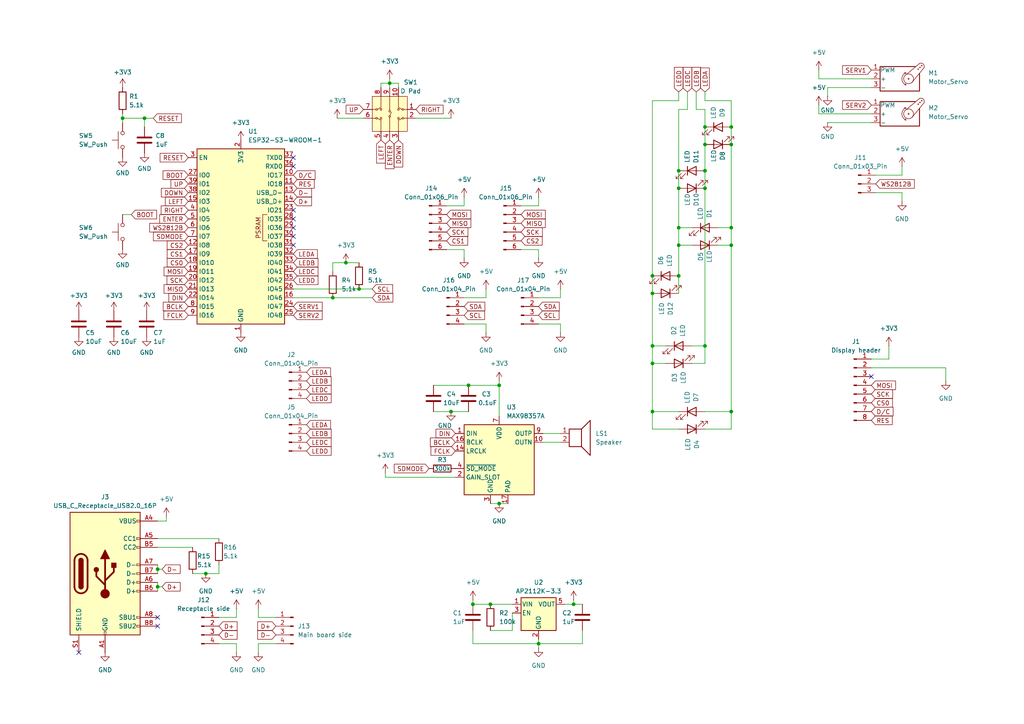
<source format=kicad_sch>
(kicad_sch (version 20250114) (generator "eeschema") (generator_version "9.0")
  (paper "A4")
  (junction (at 204.47 100.33))
  (junction (at 204.47 36.83))
  (junction (at 189.23 85.09))
  (junction (at 166.37 175.26))
  (junction (at 45.72 165.1))
  (junction (at 189.23 80.01))
  (junction (at 212.09 66.04))
  (junction (at 196.85 49.53))
  (junction (at 142.24 175.26))
  (junction (at 156.21 186.69))
  (junction (at 189.23 119.38))
  (junction (at 137.16 175.26))
  (junction (at 144.78 146.05))
  (junction (at 189.23 105.41))
  (junction (at 196.85 80.01))
  (junction (at 104.14 83.82))
  (junction (at 212.09 36.83))
  (junction (at 41.91 34.29))
  (junction (at 189.23 100.33))
  (junction (at 144.78 111.76))
  (junction (at 196.85 66.04))
  (junction (at 212.09 119.38))
  (junction (at 96.52 86.36))
  (junction (at 204.47 49.53))
  (junction (at 45.72 170.18))
  (junction (at 204.47 54.61))
  (junction (at 135.89 111.76))
  (junction (at 212.09 41.91))
  (junction (at 130.81 119.38))
  (junction (at 100.33 76.2))
  (junction (at 196.85 71.12))
  (junction (at 113.03 24.13))
  (junction (at 212.09 71.12))
  (junction (at 196.85 54.61))
  (junction (at 59.69 166.37))
  (junction (at 204.47 41.91))
  (junction (at 35.56 34.29))
  (no_connect (at 85.09 66.04))
  (no_connect (at 45.72 181.61))
  (no_connect (at 22.86 189.23))
  (no_connect (at 85.09 48.26))
  (no_connect (at 252.73 109.22))
  (no_connect (at 85.09 68.58))
  (no_connect (at 85.09 63.5))
  (no_connect (at 85.09 45.72))
  (no_connect (at 85.09 60.96))
  (no_connect (at 45.72 179.07))
  (no_connect (at 85.09 71.12))
  (wire (pts (xy 74.93 176.53) (xy 74.93 179.07)))
  (wire (pts (xy 130.81 119.38) (xy 135.89 119.38)))
  (wire (pts (xy 189.23 29.21) (xy 189.23 80.01)))
  (wire (pts (xy 125.73 111.76) (xy 135.89 111.76)))
  (wire (pts (xy 97.79 34.29) (xy 105.41 34.29)))
  (wire (pts (xy 162.56 96.52) (xy 162.56 93.98)))
  (wire (pts (xy 107.95 83.82) (xy 104.14 83.82)))
  (wire (pts (xy 80.01 186.69) (xy 74.93 186.69)))
  (wire (pts (xy 237.49 30.48) (xy 237.49 33.02)))
  (wire (pts (xy 134.62 59.69) (xy 129.54 59.69)))
  (wire (pts (xy 212.09 71.12) (xy 208.28 71.12)))
  (wire (pts (xy 45.72 151.13) (xy 48.26 151.13)))
  (wire (pts (xy 261.62 55.88) (xy 261.62 58.42)))
  (wire (pts (xy 148.59 182.88) (xy 142.24 182.88)))
  (wire (pts (xy 104.14 83.82) (xy 85.09 83.82)))
  (wire (pts (xy 240.03 35.56) (xy 252.73 35.56)))
  (wire (pts (xy 137.16 173.99) (xy 137.16 175.26)))
  (wire (pts (xy 166.37 175.26) (xy 168.91 175.26)))
  (wire (pts (xy 156.21 186.69) (xy 156.21 187.96)))
  (wire (pts (xy 196.85 29.21) (xy 196.85 26.67)))
  (wire (pts (xy 189.23 80.01) (xy 189.23 85.09)))
  (wire (pts (xy 162.56 83.82) (xy 162.56 86.36)))
  (wire (pts (xy 189.23 119.38) (xy 189.23 124.46)))
  (wire (pts (xy 35.56 33.02) (xy 35.56 34.29)))
  (wire (pts (xy 96.52 78.74) (xy 96.52 76.2)))
  (wire (pts (xy 212.09 29.21) (xy 212.09 36.83)))
  (wire (pts (xy 41.91 34.29) (xy 44.45 34.29)))
  (wire (pts (xy 274.32 106.68) (xy 274.32 110.49)))
  (wire (pts (xy 252.73 25.4) (xy 240.03 25.4)))
  (wire (pts (xy 45.72 165.1) (xy 46.99 165.1)))
  (wire (pts (xy 140.97 96.52) (xy 140.97 93.98)))
  (wire (pts (xy 196.85 71.12) (xy 196.85 80.01)))
  (wire (pts (xy 204.47 36.83) (xy 204.47 41.91)))
  (wire (pts (xy 107.95 86.36) (xy 96.52 86.36)))
  (wire (pts (xy 212.09 71.12) (xy 212.09 119.38)))
  (wire (pts (xy 204.47 31.75) (xy 204.47 36.83)))
  (wire (pts (xy 193.04 100.33) (xy 189.23 100.33)))
  (wire (pts (xy 144.78 146.05) (xy 147.32 146.05)))
  (wire (pts (xy 68.58 176.53) (xy 68.58 179.07)))
  (wire (pts (xy 45.72 165.1) (xy 45.72 166.37)))
  (wire (pts (xy 134.62 74.93) (xy 134.62 72.39)))
  (wire (pts (xy 204.47 100.33) (xy 204.47 105.41)))
  (wire (pts (xy 199.39 26.67) (xy 199.39 31.75)))
  (wire (pts (xy 96.52 86.36) (xy 85.09 86.36)))
  (wire (pts (xy 156.21 72.39) (xy 151.13 72.39)))
  (wire (pts (xy 204.47 124.46) (xy 212.09 124.46)))
  (wire (pts (xy 204.47 29.21) (xy 212.09 29.21)))
  (wire (pts (xy 252.73 104.14) (xy 257.81 104.14)))
  (wire (pts (xy 110.49 25.4) (xy 110.49 24.13)))
  (wire (pts (xy 257.81 104.14) (xy 257.81 100.33)))
  (wire (pts (xy 142.24 175.26) (xy 137.16 175.26)))
  (wire (pts (xy 45.72 168.91) (xy 45.72 170.18)))
  (wire (pts (xy 63.5 179.07) (xy 68.58 179.07)))
  (wire (pts (xy 115.57 24.13) (xy 113.03 24.13)))
  (wire (pts (xy 212.09 66.04) (xy 212.09 71.12)))
  (wire (pts (xy 96.52 76.2) (xy 100.33 76.2)))
  (wire (pts (xy 166.37 175.26) (xy 163.83 175.26)))
  (wire (pts (xy 35.56 34.29) (xy 41.91 34.29)))
  (wire (pts (xy 140.97 93.98) (xy 134.62 93.98)))
  (wire (pts (xy 189.23 29.21) (xy 196.85 29.21)))
  (wire (pts (xy 212.09 124.46) (xy 212.09 119.38)))
  (wire (pts (xy 212.09 36.83) (xy 212.09 41.91)))
  (wire (pts (xy 200.66 66.04) (xy 196.85 66.04)))
  (wire (pts (xy 240.03 25.4) (xy 240.03 27.94)))
  (wire (pts (xy 157.48 125.73) (xy 162.56 125.73)))
  (wire (pts (xy 201.93 26.67) (xy 201.93 31.75)))
  (wire (pts (xy 156.21 59.69) (xy 151.13 59.69)))
  (wire (pts (xy 193.04 105.41) (xy 189.23 105.41)))
  (wire (pts (xy 134.62 57.15) (xy 134.62 59.69)))
  (wire (pts (xy 166.37 173.99) (xy 166.37 175.26)))
  (wire (pts (xy 148.59 177.8) (xy 148.59 182.88)))
  (wire (pts (xy 144.78 111.76) (xy 144.78 120.65)))
  (wire (pts (xy 200.66 105.41) (xy 204.47 105.41)))
  (wire (pts (xy 115.57 25.4) (xy 115.57 24.13)))
  (wire (pts (xy 35.56 35.56) (xy 35.56 34.29)))
  (wire (pts (xy 137.16 182.88) (xy 137.16 186.69)))
  (wire (pts (xy 134.62 72.39) (xy 129.54 72.39)))
  (wire (pts (xy 196.85 54.61) (xy 196.85 66.04)))
  (wire (pts (xy 252.73 22.86) (xy 237.49 22.86)))
  (wire (pts (xy 204.47 29.21) (xy 204.47 26.67)))
  (wire (pts (xy 111.76 138.43) (xy 132.08 138.43)))
  (wire (pts (xy 111.76 137.16) (xy 111.76 138.43)))
  (wire (pts (xy 212.09 41.91) (xy 212.09 66.04)))
  (wire (pts (xy 156.21 185.42) (xy 156.21 186.69)))
  (wire (pts (xy 74.93 186.69) (xy 74.93 189.23)))
  (wire (pts (xy 137.16 186.69) (xy 156.21 186.69)))
  (wire (pts (xy 59.69 166.37) (xy 55.88 166.37)))
  (wire (pts (xy 80.01 179.07) (xy 74.93 179.07)))
  (wire (pts (xy 157.48 128.27) (xy 162.56 128.27)))
  (wire (pts (xy 63.5 163.83) (xy 63.5 166.37)))
  (wire (pts (xy 196.85 119.38) (xy 189.23 119.38)))
  (wire (pts (xy 168.91 186.69) (xy 156.21 186.69)))
  (wire (pts (xy 41.91 34.29) (xy 41.91 36.83)))
  (wire (pts (xy 48.26 151.13) (xy 48.26 149.86)))
  (wire (pts (xy 45.72 170.18) (xy 46.99 170.18)))
  (wire (pts (xy 156.21 74.93) (xy 156.21 72.39)))
  (wire (pts (xy 189.23 85.09) (xy 189.23 100.33)))
  (wire (pts (xy 148.59 175.26) (xy 142.24 175.26)))
  (wire (pts (xy 156.21 86.36) (xy 162.56 86.36)))
  (wire (pts (xy 156.21 57.15) (xy 156.21 59.69)))
  (wire (pts (xy 199.39 31.75) (xy 196.85 31.75)))
  (wire (pts (xy 45.72 170.18) (xy 45.72 171.45)))
  (wire (pts (xy 261.62 48.26) (xy 261.62 50.8)))
  (wire (pts (xy 63.5 166.37) (xy 59.69 166.37)))
  (wire (pts (xy 113.03 24.13) (xy 113.03 22.86)))
  (wire (pts (xy 196.85 49.53) (xy 196.85 54.61)))
  (wire (pts (xy 237.49 20.32) (xy 237.49 22.86)))
  (wire (pts (xy 196.85 80.01) (xy 196.85 85.09)))
  (wire (pts (xy 200.66 71.12) (xy 196.85 71.12)))
  (wire (pts (xy 142.24 146.05) (xy 144.78 146.05)))
  (wire (pts (xy 189.23 124.46) (xy 196.85 124.46)))
  (wire (pts (xy 135.89 111.76) (xy 144.78 111.76)))
  (wire (pts (xy 254 50.8) (xy 261.62 50.8)))
  (wire (pts (xy 144.78 110.49) (xy 144.78 111.76)))
  (wire (pts (xy 63.5 186.69) (xy 68.58 186.69)))
  (wire (pts (xy 254 55.88) (xy 261.62 55.88)))
  (wire (pts (xy 168.91 182.88) (xy 168.91 186.69)))
  (wire (pts (xy 100.33 76.2) (xy 104.14 76.2)))
  (wire (pts (xy 35.56 62.23) (xy 38.1 62.23)))
  (wire (pts (xy 113.03 24.13) (xy 113.03 25.4)))
  (wire (pts (xy 189.23 100.33) (xy 189.23 105.41)))
  (wire (pts (xy 110.49 24.13) (xy 113.03 24.13)))
  (wire (pts (xy 204.47 54.61) (xy 204.47 100.33)))
  (wire (pts (xy 196.85 31.75) (xy 196.85 49.53)))
  (wire (pts (xy 252.73 33.02) (xy 237.49 33.02)))
  (wire (pts (xy 130.81 34.29) (xy 120.65 34.29)))
  (wire (pts (xy 189.23 105.41) (xy 189.23 119.38)))
  (wire (pts (xy 68.58 186.69) (xy 68.58 189.23)))
  (wire (pts (xy 204.47 49.53) (xy 204.47 54.61)))
  (wire (pts (xy 252.73 106.68) (xy 274.32 106.68)))
  (wire (pts (xy 204.47 119.38) (xy 212.09 119.38)))
  (wire (pts (xy 201.93 31.75) (xy 204.47 31.75)))
  (wire (pts (xy 45.72 156.21) (xy 63.5 156.21)))
  (wire (pts (xy 212.09 66.04) (xy 208.28 66.04)))
  (wire (pts (xy 204.47 41.91) (xy 204.47 49.53)))
  (wire (pts (xy 162.56 93.98) (xy 156.21 93.98)))
  (wire (pts (xy 140.97 83.82) (xy 140.97 86.36)))
  (wire (pts (xy 196.85 66.04) (xy 196.85 71.12)))
  (wire (pts (xy 45.72 163.83) (xy 45.72 165.1)))
  (wire (pts (xy 200.66 100.33) (xy 204.47 100.33)))
  (wire (pts (xy 125.73 119.38) (xy 130.81 119.38)))
  (wire (pts (xy 45.72 158.75) (xy 55.88 158.75)))
  (wire (pts (xy 134.62 86.36) (xy 140.97 86.36)))
  (global_label "WS2812B" (shape input) (at 54.61 66.04 180) (property "Intersheetrefs" "${INTERSHEET_REFS}" (effects (hide yes))))
  (global_label "SDA" (shape input) (at 134.62 88.9 0) (property "Intersheetrefs" "${INTERSHEET_REFS}" (effects (hide yes))))
  (global_label "DIN" (shape input) (at 54.61 86.36 180) (property "Intersheetrefs" "${INTERSHEET_REFS}" (effects (hide yes))))
  (global_label "D+" (shape input) (at 63.5 181.61 0) (property "Intersheetrefs" "${INTERSHEET_REFS}" (effects (hide yes))))
  (global_label "MISO" (shape input) (at 54.61 83.82 180) (property "Intersheetrefs" "${INTERSHEET_REFS}" (effects (hide yes))))
  (global_label "SDMODE" (shape input) (at 54.61 68.58 180) (property "Intersheetrefs" "${INTERSHEET_REFS}" (effects (hide yes))))
  (global_label "CS2" (shape input) (at 54.61 71.12 180) (property "Intersheetrefs" "${INTERSHEET_REFS}" (effects (hide yes))))
  (global_label "LEDD" (shape input) (at 88.9 115.57 0) (property "Intersheetrefs" "${INTERSHEET_REFS}" (effects (hide yes))))
  (global_label "D+" (shape input) (at 80.01 181.61 180) (property "Intersheetrefs" "${INTERSHEET_REFS}" (effects (hide yes))))
  (global_label "BOOT" (shape input) (at 54.61 50.8 180) (property "Intersheetrefs" "${INTERSHEET_REFS}" (effects (hide yes))))
  (global_label "SDA" (shape input) (at 107.95 86.36 0) (property "Intersheetrefs" "${INTERSHEET_REFS}" (effects (hide yes))))
  (global_label "RES" (shape input) (at 252.73 121.92 0) (property "Intersheetrefs" "${INTERSHEET_REFS}" (effects (hide yes))))
  (global_label "ENTER" (shape input) (at 54.61 63.5 180) (property "Intersheetrefs" "${INTERSHEET_REFS}" (effects (hide yes))))
  (global_label "D-" (shape input) (at 85.09 55.88 0) (property "Intersheetrefs" "${INTERSHEET_REFS}" (effects (hide yes))))
  (global_label "RESET" (shape input) (at 44.45 34.29 0) (property "Intersheetrefs" "${INTERSHEET_REFS}" (effects (hide yes))))
  (global_label "MISO" (shape input) (at 151.13 64.77 0) (property "Intersheetrefs" "${INTERSHEET_REFS}" (effects (hide yes))))
  (global_label "SCK" (shape input) (at 252.73 114.3 0) (property "Intersheetrefs" "${INTERSHEET_REFS}" (effects (hide yes))))
  (global_label "RESET" (shape input) (at 54.61 45.72 180) (property "Intersheetrefs" "${INTERSHEET_REFS}" (effects (hide yes))))
  (global_label "BCLK" (shape input) (at 132.08 128.27 180) (property "Intersheetrefs" "${INTERSHEET_REFS}" (effects (hide yes))))
  (global_label "MISO" (shape input) (at 129.54 64.77 0) (property "Intersheetrefs" "${INTERSHEET_REFS}" (effects (hide yes))))
  (global_label "WS2812B" (shape input) (at 254 53.34 0) (property "Intersheetrefs" "${INTERSHEET_REFS}" (effects (hide yes))))
  (global_label "LEFT" (shape input) (at 110.49 40.64 270) (property "Intersheetrefs" "${INTERSHEET_REFS}" (effects (hide yes))))
  (global_label "CS0" (shape input) (at 252.73 116.84 0) (property "Intersheetrefs" "${INTERSHEET_REFS}" (effects (hide yes))))
  (global_label "FCLK" (shape input) (at 132.08 130.81 180) (property "Intersheetrefs" "${INTERSHEET_REFS}" (effects (hide yes))))
  (global_label "SDA" (shape input) (at 156.21 88.9 0) (property "Intersheetrefs" "${INTERSHEET_REFS}" (effects (hide yes))))
  (global_label "SDMODE" (shape input) (at 124.46 135.89 180) (property "Intersheetrefs" "${INTERSHEET_REFS}" (effects (hide yes))))
  (global_label "MOSI" (shape input) (at 151.13 62.23 0) (property "Intersheetrefs" "${INTERSHEET_REFS}" (effects (hide yes))))
  (global_label "D-" (shape input) (at 80.01 184.15 180) (property "Intersheetrefs" "${INTERSHEET_REFS}" (effects (hide yes))))
  (global_label "LEDC" (shape input) (at 85.09 78.74 0) (property "Intersheetrefs" "${INTERSHEET_REFS}" (effects (hide yes))))
  (global_label "CS1" (shape input) (at 54.61 73.66 180) (property "Intersheetrefs" "${INTERSHEET_REFS}" (effects (hide yes))))
  (global_label "DOWN" (shape input) (at 115.57 40.64 270) (property "Intersheetrefs" "${INTERSHEET_REFS}" (effects (hide yes))))
  (global_label "LEDA" (shape input) (at 204.47 26.67 90) (property "Intersheetrefs" "${INTERSHEET_REFS}" (effects (hide yes))))
  (global_label "LEDA" (shape input) (at 88.9 123.19 0) (property "Intersheetrefs" "${INTERSHEET_REFS}" (effects (hide yes))))
  (global_label "FCLK" (shape input) (at 54.61 91.44 180) (property "Intersheetrefs" "${INTERSHEET_REFS}" (effects (hide yes))))
  (global_label "RIGHT" (shape input) (at 120.65 31.75 0) (property "Intersheetrefs" "${INTERSHEET_REFS}" (effects (hide yes))))
  (global_label "UP" (shape input) (at 54.61 53.34 180) (property "Intersheetrefs" "${INTERSHEET_REFS}" (effects (hide yes))))
  (global_label "SERV2" (shape input) (at 252.73 30.48 180) (property "Intersheetrefs" "${INTERSHEET_REFS}" (effects (hide yes))))
  (global_label "D{slash}C" (shape input) (at 85.09 50.8 0) (property "Intersheetrefs" "${INTERSHEET_REFS}" (effects (hide yes))))
  (global_label "SCL" (shape input) (at 134.62 91.44 0) (property "Intersheetrefs" "${INTERSHEET_REFS}" (effects (hide yes))))
  (global_label "DOWN" (shape input) (at 54.61 55.88 180) (property "Intersheetrefs" "${INTERSHEET_REFS}" (effects (hide yes))))
  (global_label "CS0" (shape input) (at 54.61 76.2 180) (property "Intersheetrefs" "${INTERSHEET_REFS}" (effects (hide yes))))
  (global_label "SCK" (shape input) (at 54.61 81.28 180) (property "Intersheetrefs" "${INTERSHEET_REFS}" (effects (hide yes))))
  (global_label "LEDA" (shape input) (at 88.9 107.95 0) (property "Intersheetrefs" "${INTERSHEET_REFS}" (effects (hide yes))))
  (global_label "BOOT" (shape input) (at 38.1 62.23 0) (property "Intersheetrefs" "${INTERSHEET_REFS}" (effects (hide yes))))
  (global_label "LEDA" (shape input) (at 85.09 73.66 0) (property "Intersheetrefs" "${INTERSHEET_REFS}" (effects (hide yes))))
  (global_label "LEDC" (shape input) (at 88.9 113.03 0) (property "Intersheetrefs" "${INTERSHEET_REFS}" (effects (hide yes))))
  (global_label "SCL" (shape input) (at 107.95 83.82 0) (property "Intersheetrefs" "${INTERSHEET_REFS}" (effects (hide yes))))
  (global_label "LEDD" (shape input) (at 196.85 26.67 90) (property "Intersheetrefs" "${INTERSHEET_REFS}" (effects (hide yes))))
  (global_label "UP" (shape input) (at 105.41 31.75 180) (property "Intersheetrefs" "${INTERSHEET_REFS}" (effects (hide yes))))
  (global_label "ENTER" (shape input) (at 113.03 40.64 270) (property "Intersheetrefs" "${INTERSHEET_REFS}" (effects (hide yes))))
  (global_label "LEDD" (shape input) (at 88.9 130.81 0) (property "Intersheetrefs" "${INTERSHEET_REFS}" (effects (hide yes))))
  (global_label "LEDB" (shape input) (at 201.93 26.67 90) (property "Intersheetrefs" "${INTERSHEET_REFS}" (effects (hide yes))))
  (global_label "D+" (shape input) (at 85.09 58.42 0) (property "Intersheetrefs" "${INTERSHEET_REFS}" (effects (hide yes))))
  (global_label "CS1" (shape input) (at 129.54 69.85 0) (property "Intersheetrefs" "${INTERSHEET_REFS}" (effects (hide yes))))
  (global_label "SERV1" (shape input) (at 85.09 88.9 0) (property "Intersheetrefs" "${INTERSHEET_REFS}" (effects (hide yes))))
  (global_label "LEDB" (shape input) (at 88.9 110.49 0) (property "Intersheetrefs" "${INTERSHEET_REFS}" (effects (hide yes))))
  (global_label "D{slash}C" (shape input) (at 252.73 119.38 0) (property "Intersheetrefs" "${INTERSHEET_REFS}" (effects (hide yes))))
  (global_label "SCK" (shape input) (at 151.13 67.31 0) (property "Intersheetrefs" "${INTERSHEET_REFS}" (effects (hide yes))))
  (global_label "SERV2" (shape input) (at 85.09 91.44 0) (property "Intersheetrefs" "${INTERSHEET_REFS}" (effects (hide yes))))
  (global_label "MOSI" (shape input) (at 54.61 78.74 180) (property "Intersheetrefs" "${INTERSHEET_REFS}" (effects (hide yes))))
  (global_label "LEDB" (shape input) (at 88.9 125.73 0) (property "Intersheetrefs" "${INTERSHEET_REFS}" (effects (hide yes))))
  (global_label "LEDC" (shape input) (at 199.39 26.67 90) (property "Intersheetrefs" "${INTERSHEET_REFS}" (effects (hide yes))))
  (global_label "RES" (shape input) (at 85.09 53.34 0) (property "Intersheetrefs" "${INTERSHEET_REFS}" (effects (hide yes))))
  (global_label "RIGHT" (shape input) (at 54.61 60.96 180) (property "Intersheetrefs" "${INTERSHEET_REFS}" (effects (hide yes))))
  (global_label "SCL" (shape input) (at 156.21 91.44 0) (property "Intersheetrefs" "${INTERSHEET_REFS}" (effects (hide yes))))
  (global_label "MOSI" (shape input) (at 252.73 111.76 0) (property "Intersheetrefs" "${INTERSHEET_REFS}" (effects (hide yes))))
  (global_label "BCLK" (shape input) (at 54.61 88.9 180) (property "Intersheetrefs" "${INTERSHEET_REFS}" (effects (hide yes))))
  (global_label "D+" (shape input) (at 46.99 170.18 0) (property "Intersheetrefs" "${INTERSHEET_REFS}" (effects (hide yes))))
  (global_label "LEDC" (shape input) (at 88.9 128.27 0) (property "Intersheetrefs" "${INTERSHEET_REFS}" (effects (hide yes))))
  (global_label "LEDB" (shape input) (at 85.09 76.2 0) (property "Intersheetrefs" "${INTERSHEET_REFS}" (effects (hide yes))))
  (global_label "SCK" (shape input) (at 129.54 67.31 0) (property "Intersheetrefs" "${INTERSHEET_REFS}" (effects (hide yes))))
  (global_label "DIN" (shape input) (at 132.08 125.73 180) (property "Intersheetrefs" "${INTERSHEET_REFS}" (effects (hide yes))))
  (global_label "LEFT" (shape input) (at 54.61 58.42 180) (property "Intersheetrefs" "${INTERSHEET_REFS}" (effects (hide yes))))
  (global_label "LEDD" (shape input) (at 85.09 81.28 0) (property "Intersheetrefs" "${INTERSHEET_REFS}" (effects (hide yes))))
  (global_label "D-" (shape input) (at 63.5 184.15 0) (property "Intersheetrefs" "${INTERSHEET_REFS}" (effects (hide yes))))
  (global_label "D-" (shape input) (at 46.99 165.1 0) (property "Intersheetrefs" "${INTERSHEET_REFS}" (effects (hide yes))))
  (global_label "CS2" (shape input) (at 151.13 69.85 0) (property "Intersheetrefs" "${INTERSHEET_REFS}" (effects (hide yes))))
  (global_label "SERV1" (shape input) (at 252.73 20.32 180) (property "Intersheetrefs" "${INTERSHEET_REFS}" (effects (hide yes))))
  (global_label "MOSI" (shape input) (at 129.54 62.23 0) (property "Intersheetrefs" "${INTERSHEET_REFS}" (effects (hide yes))))
  (symbol (lib_name "GND_10") (lib_id "power:GND") (at 134.62 74.93 0) (unit 1)
    (property "Reference" "#PWR036" (effects (hide yes)))
    (property "Value" "GND" (at 134.62 80.01 0))
    (property "Description" "Power symbol creates a global label with name \"GND\" , ground" (effects (hide yes)))
  )
  (symbol (lib_id "Connector:Conn_01x06_Pin") (at 124.46 64.77 0) (unit 1)
    (property "Reference" "J14" (at 125.095 54.61 0))
    (property "Value" "Conn_01x06_Pin" (at 125.095 57.15 0))
    (property "Footprint" "Connector_PinHeader_2.54mm:PinHeader_1x06_P2.54mm_Vertical" (effects (hide yes)))
    (property "Description" "Generic connector, single row, 01x06, script generated" (effects (hide yes)))
  )
  (symbol (lib_id "Device:LED") (at 200.66 54.61 180) (unit 1)
    (property "Reference" "D10" (at 201.93 57.912 90))
    (property "Value" "LED" (at 199.39 57.912 90))
    (property "Footprint" "LED_SMD:LED_0805_2012Metric" (effects (hide yes)))
    (property "Description" "Light emitting diode" (effects (hide yes)))
    (property "Sim.Pins" "1=K 2=A" (effects (hide yes)))
  )
  (symbol (lib_id "Device:C") (at 22.86 93.98 0) (unit 1)
    (property "Reference" "C5" (at 24.765 96.52 0) (effects (justify left)))
    (property "Value" "10uF" (at 24.765 99.06 0) (effects (justify left)))
    (property "Footprint" "Capacitor_SMD:C_0805_2012Metric" (effects (hide yes)))
  )
  (symbol (lib_id "Device:LED") (at 200.66 124.46 180) (unit 1)
    (property "Reference" "D4" (at 202.057 128.905 90))
    (property "Value" "LED" (at 199.517 128.905 90))
    (property "Footprint" "LED_SMD:LED_0805_2012Metric" (effects (hide yes)))
    (property "Description" "Light emitting diode" (effects (hide yes)))
    (property "Sim.Pins" "1=K 2=A" (effects (hide yes)))
  )
  (symbol (lib_id "Audio:MAX98357A") (at 144.78 133.35 0) (unit 1)
    (property "Reference" "U3" (at 146.9233 118.11 0) (effects (justify left)))
    (property "Value" "MAX98357A" (at 146.9233 120.65 0) (effects (justify left)))
    (property "Footprint" "Package_DFN_QFN:TQFN-16-1EP_3x3mm_P0.5mm_EP1.23x1.23mm" (effects (hide yes)))
    (property "Datasheet" "https://www.analog.com/media/en/technical-documentation/data-sheets/MAX98357A-MAX98357B.pdf" (effects (hide yes)))
    (property "Description" "Mono DAC with amplifier, I2S, PCM, TDM, 32-bit, 96khz, 3.2W, TQFP-16" (effects (hide yes)))
  )
  (symbol (lib_id "power:+5V") (at 156.21 57.15 0) (unit 1)
    (property "Reference" "#PWR037" (effects (hide yes)))
    (property "Value" "+5V" (at 156.21 52.07 0))
    (property "Description" "Power symbol creates a global label with name \"+5V\"" (effects (hide yes)))
  )
  (symbol (lib_id "Device:Speaker") (at 167.64 125.73 0) (unit 1)
    (property "Reference" "LS1" (at 172.72 125.7299 0) (effects (justify left)))
    (property "Value" "Speaker" (at 172.72 128.2699 0) (effects (justify left)))
    (property "Footprint" "Connector_PinHeader_2.54mm:PinHeader_1x02_P2.54mm_Vertical" (effects (hide yes)))
    (property "Description" "Speaker" (effects (hide yes)))
  )
  (symbol (lib_id "power:+5V") (at 261.62 48.26 0) (unit 1)
    (property "Reference" "#PWR07" (effects (hide yes)))
    (property "Value" "+5V" (at 261.62 43.18 0))
    (property "Description" "Power symbol creates a global label with name \"+5V\"" (effects (hide yes)))
  )
  (symbol (lib_id "Device:C") (at 137.16 179.07 0) (unit 1)
    (property "Reference" "C1" (at 131.318 177.8 0) (effects (justify left)))
    (property "Value" "1uF" (at 131.318 180.34 0) (effects (justify left)))
    (property "Footprint" "Capacitor_SMD:C_0805_2012Metric" (effects (hide yes)))
    (property "Description" "Unpolarized capacitor" (effects (hide yes)))
  )
  (symbol (lib_id "Device:LED") (at 208.28 36.83 0) (unit 1)
    (property "Reference" "D9" (at 209.4865 32.7025 90))
    (property "Value" "LED" (at 206.9465 32.7025 90))
    (property "Footprint" "LED_SMD:LED_0805_2012Metric" (effects (hide yes)))
    (property "Description" "Light emitting diode" (effects (hide yes)))
    (property "Sim.Pins" "1=K 2=A" (effects (hide yes)))
  )
  (symbol (lib_name "GND_10") (lib_id "power:GND") (at 140.97 96.52 0) (unit 1)
    (property "Reference" "#PWR039" (effects (hide yes)))
    (property "Value" "GND" (at 140.97 101.6 0))
    (property "Description" "Power symbol creates a global label with name \"GND\" , ground" (effects (hide yes)))
  )
  (symbol (lib_id "Device:R") (at 35.56 29.21 0) (unit 1)
    (property "Reference" "R1" (at 37.465 27.94 0) (effects (justify left)))
    (property "Value" "5.1k" (at 37.465 30.48 0) (effects (justify left)))
    (property "Footprint" "Resistor_SMD:R_0805_2012Metric" (effects (hide yes)))
  )
  (symbol (lib_id "Device:C") (at 168.91 179.07 0) (unit 1)
    (property "Reference" "C2" (at 163.068 177.8 0) (effects (justify left)))
    (property "Value" "1uF" (at 163.068 180.34 0) (effects (justify left)))
    (property "Footprint" "Capacitor_SMD:C_0805_2012Metric" (effects (hide yes)))
    (property "Description" "Unpolarized capacitor" (effects (hide yes)))
  )
  (symbol (lib_name "GND_5") (lib_id "power:GND") (at 156.21 187.96 0) (unit 1)
    (property "Reference" "#PWR017" (effects (hide yes)))
    (property "Value" "GND" (at 156.21 193.04 0))
    (property "Description" "Power symbol creates a global label with name \"GND\" , ground" (effects (hide yes)))
  )
  (symbol (lib_id "Device:LED") (at 196.85 105.41 180) (unit 1)
    (property "Reference" "D3" (at 195.6435 109.5375 90))
    (property "Value" "LED" (at 198.1835 109.5375 90))
    (property "Footprint" "LED_SMD:LED_0805_2012Metric" (effects (hide yes)))
    (property "Description" "Light emitting diode" (effects (hide yes)))
    (property "Sim.Pins" "1=K 2=A" (effects (hide yes)))
  )
  (symbol (lib_id "Connector:Conn_01x04_Pin") (at 129.54 88.9 0) (unit 1)
    (property "Reference" "J16" (at 130.175 81.28 0))
    (property "Value" "Conn_01x04_Pin" (at 130.175 83.82 0))
    (property "Footprint" "Connector_PinHeader_2.54mm:PinHeader_1x04_P2.54mm_Vertical" (effects (hide yes)))
    (property "Description" "Generic connector, single row, 01x04, script generated" (effects (hide yes)))
  )
  (symbol (lib_id "Connector:USB_C_Receptacle_USB2.0_16P") (at 30.48 166.37 0) (unit 1)
    (property "Reference" "J3" (at 30.48 144.145 0))
    (property "Value" "USB_C_Receptacle_USB2.0_16P" (at 30.48 146.685 0))
    (property "Footprint" "Connector_USB:USB_C_Receptacle_GCT_USB4085" (effects (hide yes)))
    (property "Datasheet" "https://www.usb.org/sites/default/files/documents/usb_type-c.zip" (effects (hide yes)))
  )
  (symbol (lib_id "power:+5V") (at 134.62 57.15 0) (unit 1)
    (property "Reference" "#PWR035" (effects (hide yes)))
    (property "Value" "+5V" (at 134.62 52.07 0))
    (property "Description" "Power symbol creates a global label with name \"+5V\"" (effects (hide yes)))
  )
  (symbol (lib_name "GND_2") (lib_id "power:GND") (at 274.32 110.49 0) (unit 1)
    (property "Reference" "#PWR06" (effects (hide yes)))
    (property "Value" "GND" (at 274.32 115.57 0))
    (property "Description" "Power symbol creates a global label with name \"GND\" , ground" (effects (hide yes)))
  )
  (symbol (lib_id "Connector:Conn_01x08_Pin") (at 247.65 111.76 0) (unit 1)
    (property "Reference" "J1" (at 248.285 99.06 0))
    (property "Value" "Display header" (at 248.285 101.6 0))
    (property "Footprint" "Connector_PinHeader_2.54mm:PinHeader_1x08_P2.54mm_Vertical" (effects (hide yes)))
    (property "Description" "Generic connector, single row, 01x08, script generated" (effects (hide yes)))
  )
  (symbol (lib_id "power:+5V") (at 237.49 20.32 0) (unit 1)
    (property "Reference" "#PWR01" (effects (hide yes)))
    (property "Value" "+5V" (at 237.49 15.24 0))
    (property "Description" "Power symbol creates a global label with name \"+5V\"" (effects (hide yes)))
  )
  (symbol (lib_id "power:GND") (at 35.56 72.39 0) (unit 1)
    (property "Reference" "#PWR024" (effects (hide yes)))
    (property "Value" "GND" (at 35.56 76.835 0))
  )
  (symbol (lib_id "Motor:Motor_Servo") (at 260.35 33.02 0) (unit 1)
    (property "Reference" "M2" (at 269.24 31.3168 0) (effects (justify left)))
    (property "Value" "Motor_Servo" (at 269.24 33.8568 0) (effects (justify left)))
    (property "Footprint" "Connector_PinHeader_2.54mm:PinHeader_1x03_P2.54mm_Vertical" (effects (hide yes)))
    (property "Datasheet" "http://forums.parallax.com/uploads/attachments/46831/74481.png" (effects (hide yes)))
    (property "Description" "Servo Motor (Futaba, HiTec, JR connector)" (effects (hide yes)))
  )
  (symbol (lib_id "Device:R") (at 104.14 80.01 0) (unit 1)
    (property "Reference" "R5" (at 106.68 78.7399 0) (effects (justify left)))
    (property "Value" "5.1k" (at 106.68 81.2799 0) (effects (justify left)))
    (property "Footprint" "Resistor_SMD:R_0805_2012Metric" (effects (hide yes)))
    (property "Description" "Resistor" (effects (hide yes)))
  )
  (symbol (lib_id "power:+3V3") (at 111.76 137.16 0) (unit 1)
    (property "Reference" "#PWR030" (effects (hide yes)))
    (property "Value" "+3V3" (at 111.76 132.08 0))
    (property "Description" "Power symbol creates a global label with name \"+3V3\"" (effects (hide yes)))
  )
  (symbol (lib_id "Switch:Sparkfun_D-Pad") (at 113.03 27.94 0) (unit 1)
    (property "Reference" "SW1" (at 119.126 23.876 0))
    (property "Value" "D Pad" (at 119.126 26.416 0))
    (property "Footprint" "Button_Switch_SMD:COM-26850 D Pad" (effects (hide yes)))
  )
  (symbol (lib_id "power:GND") (at 33.02 97.79 0) (unit 1)
    (property "Reference" "#PWR021" (effects (hide yes)))
    (property "Value" "GND" (at 33.02 102.235 0))
  )
  (symbol (lib_id "power:+3V3") (at 22.86 90.17 0) (unit 1)
    (property "Reference" "#PWR018" (effects (hide yes)))
    (property "Value" "+3V3" (at 22.86 85.725 0))
  )
  (symbol (lib_id "power:+3V3") (at 166.37 173.99 0) (unit 1)
    (property "Reference" "#PWR026" (effects (hide yes)))
    (property "Value" "+3V3" (at 166.37 168.91 0))
    (property "Description" "Power symbol creates a global label with name \"+3V3\"" (effects (hide yes)))
  )
  (symbol (lib_id "Device:LED") (at 193.04 80.01 0) (unit 1)
    (property "Reference" "D6" (at 191.643 75.565 90))
    (property "Value" "LED" (at 194.183 75.565 90))
    (property "Footprint" "LED_SMD:LED_0805_2012Metric" (effects (hide yes)))
    (property "Description" "Light emitting diode" (effects (hide yes)))
    (property "Sim.Pins" "1=K 2=A" (effects (hide yes)))
  )
  (symbol (lib_name "GND_1") (lib_id "power:GND") (at 240.03 35.56 0) (unit 1)
    (property "Reference" "#PWR04" (effects (hide yes)))
    (property "Value" "GND" (at 240.03 39.624 0))
    (property "Description" "Power symbol creates a global label with name \"GND\" , ground" (effects (hide yes)))
  )
  (symbol (lib_id "power:GND") (at 22.86 97.79 0) (unit 1)
    (property "Reference" "#PWR019" (effects (hide yes)))
    (property "Value" "GND" (at 22.86 102.235 0))
  )
  (symbol (lib_name "GND_7") (lib_id "power:GND") (at 144.78 146.05 0) (unit 1)
    (property "Reference" "#PWR027" (effects (hide yes)))
    (property "Value" "GND" (at 144.78 151.13 0))
    (property "Description" "Power symbol creates a global label with name \"GND\" , ground" (effects (hide yes)))
  )
  (symbol (lib_id "power:GND") (at 41.91 44.45 0) (unit 1)
    (property "Reference" "#PWR025" (effects (hide yes)))
    (property "Value" "GND" (at 41.91 48.895 0))
  )
  (symbol (lib_name "GND_9") (lib_id "power:GND") (at 74.93 189.23 0) (mirror y) (unit 1)
    (property "Reference" "#PWR034" (effects (hide yes)))
    (property "Value" "GND" (at 74.93 194.31 0))
    (property "Description" "Power symbol creates a global label with name \"GND\" , ground" (effects (hide yes)))
  )
  (symbol (lib_id "Device:R") (at 142.24 179.07 0) (unit 1)
    (property "Reference" "R2" (at 144.78 177.7999 0) (effects (justify left)))
    (property "Value" "100k" (at 144.78 180.3399 0) (effects (justify left)))
    (property "Footprint" "Resistor_SMD:R_0805_2012Metric" (effects (hide yes)))
    (property "Description" "Resistor" (effects (hide yes)))
  )
  (symbol (lib_id "power:GND") (at 35.56 45.72 0) (unit 1)
    (property "Reference" "#PWR016" (effects (hide yes)))
    (property "Value" "GND" (at 35.56 50.165 0))
  )
  (symbol (lib_name "GND_6") (lib_id "power:GND") (at 69.85 96.52 0) (unit 1)
    (property "Reference" "#PWR013" (effects (hide yes)))
    (property "Value" "GND" (at 69.85 101.6 0))
    (property "Description" "Power symbol creates a global label with name \"GND\" , ground" (effects (hide yes)))
  )
  (symbol (lib_id "Connector:Conn_01x04_Pin") (at 83.82 125.73 0) (unit 1)
    (property "Reference" "J5" (at 84.455 118.11 0))
    (property "Value" "Conn_01x04_Pin" (at 84.455 120.65 0))
    (property "Footprint" "Connector_PinHeader_2.54mm:PinHeader_1x04_P2.54mm_Vertical" (effects (hide yes)))
    (property "Description" "Generic connector, single row, 01x04, script generated" (effects (hide yes)))
  )
  (symbol (lib_id "Motor:Motor_Servo") (at 260.35 22.86 0) (unit 1)
    (property "Reference" "M1" (at 269.24 21.1568 0) (effects (justify left)))
    (property "Value" "Motor_Servo" (at 269.24 23.6968 0) (effects (justify left)))
    (property "Footprint" "Connector_PinHeader_2.54mm:PinHeader_1x03_P2.54mm_Vertical" (effects (hide yes)))
    (property "Datasheet" "http://forums.parallax.com/uploads/attachments/46831/74481.png" (effects (hide yes)))
    (property "Description" "Servo Motor (Futaba, HiTec, JR connector)" (effects (hide yes)))
  )
  (symbol (lib_name "GND_10") (lib_id "power:GND") (at 156.21 74.93 0) (unit 1)
    (property "Reference" "#PWR038" (effects (hide yes)))
    (property "Value" "GND" (at 156.21 80.01 0))
    (property "Description" "Power symbol creates a global label with name \"GND\" , ground" (effects (hide yes)))
  )
  (symbol (lib_id "Device:LED") (at 193.04 85.09 180) (unit 1)
    (property "Reference" "D12" (at 194.437 89.535 90))
    (property "Value" "LED" (at 191.897 89.535 90))
    (property "Footprint" "LED_SMD:LED_0805_2012Metric" (effects (hide yes)))
    (property "Description" "Light emitting diode" (effects (hide yes)))
    (property "Sim.Pins" "1=K 2=A" (effects (hide yes)))
  )
  (symbol (lib_id "power:+3V3") (at 42.545 90.17 0) (unit 1)
    (property "Reference" "#PWR022" (effects (hide yes)))
    (property "Value" "+3V3" (at 42.545 85.725 0))
  )
  (symbol (lib_name "GND_4") (lib_id "power:GND") (at 30.48 189.23 0) (unit 1)
    (property "Reference" "#PWR011" (effects (hide yes)))
    (property "Value" "GND" (at 30.48 194.31 0))
    (property "Description" "Power symbol creates a global label with name \"GND\" , ground" (effects (hide yes)))
  )
  (symbol (lib_id "Device:LED") (at 200.66 119.38 0) (unit 1)
    (property "Reference" "D7" (at 201.8665 115.2525 90))
    (property "Value" "LED" (at 199.3265 115.2525 90))
    (property "Footprint" "LED_SMD:LED_0805_2012Metric" (effects (hide yes)))
    (property "Description" "Light emitting diode" (effects (hide yes)))
    (property "Sim.Pins" "1=K 2=A" (effects (hide yes)))
  )
  (symbol (lib_id "Connector:Conn_01x04_Pin") (at 58.42 181.61 0) (unit 1)
    (property "Reference" "J12" (at 59.055 173.99 0))
    (property "Value" "Receptacle side" (at 59.055 176.53 0))
    (property "Footprint" "Connector_PinHeader_2.54mm:PinHeader_1x04_P2.54mm_Vertical" (effects (hide yes)))
    (property "Description" "Generic connector, single row, 01x04, script generated" (effects (hide yes)))
  )
  (symbol (lib_id "Connector:Conn_01x03_Pin") (at 248.92 53.34 0) (unit 1)
    (property "Reference" "J11" (at 249.555 45.72 0))
    (property "Value" "Conn_01x03_Pin" (at 249.555 48.26 0))
    (property "Footprint" "Connector_PinHeader_2.54mm:PinHeader_1x03_P2.54mm_Vertical" (effects (hide yes)))
    (property "Description" "Generic connector, single row, 01x03, script generated" (effects (hide yes)))
  )
  (symbol (lib_id "Connector:Conn_01x04_Pin") (at 151.13 88.9 0) (unit 1)
    (property "Reference" "J17" (at 151.765 81.28 0))
    (property "Value" "Conn_01x04_Pin" (at 151.765 83.82 0))
    (property "Footprint" "Connector_PinHeader_2.54mm:PinHeader_1x04_P2.54mm_Vertical" (effects (hide yes)))
    (property "Description" "Generic connector, single row, 01x04, script generated" (effects (hide yes)))
  )
  (symbol (lib_id "power:+3V3") (at 35.56 25.4 0) (unit 1)
    (property "Reference" "#PWR015" (effects (hide yes)))
    (property "Value" "+3V3" (at 35.56 20.955 0))
  )
  (symbol (lib_id "power:+5V") (at 68.58 176.53 0) (unit 1)
    (property "Reference" "#PWR031" (effects (hide yes)))
    (property "Value" "+5V" (at 68.58 171.45 0))
    (property "Description" "Power symbol creates a global label with name \"+5V\"" (effects (hide yes)))
  )
  (symbol (lib_id "Device:C") (at 42.545 93.98 0) (unit 1)
    (property "Reference" "C7" (at 44.45 96.52 0) (effects (justify left)))
    (property "Value" "1uF" (at 44.45 99.06 0) (effects (justify left)))
    (property "Footprint" "Capacitor_SMD:C_0805_2012Metric" (effects (hide yes)))
  )
  (symbol (lib_id "power:+3V3") (at 257.81 100.33 0) (unit 1)
    (property "Reference" "#PWR05" (effects (hide yes)))
    (property "Value" "+3V3" (at 257.81 95.25 0))
    (property "Description" "Power symbol creates a global label with name \"+3V3\"" (effects (hide yes)))
  )
  (symbol (lib_id "Switch:SW_Push") (at 35.56 40.64 90) (unit 1)
    (property "Reference" "SW5" (at 22.86 39.37 90) (effects (justify right)))
    (property "Value" "SW_Push" (at 22.86 41.91 90) (effects (justify right)))
    (property "Footprint" "Button_Switch_SMD:SW_Push_1P1T_NO_CK_KSC6xxJ" (effects (hide yes)))
  )
  (symbol (lib_id "Device:LED") (at 196.85 100.33 0) (unit 1)
    (property "Reference" "D2" (at 195.453 95.885 90))
    (property "Value" "LED" (at 197.993 95.885 90))
    (property "Footprint" "LED_SMD:LED_0805_2012Metric" (effects (hide yes)))
    (property "Description" "Light emitting diode" (effects (hide yes)))
    (property "Sim.Pins" "1=K 2=A" (effects (hide yes)))
  )
  (symbol (lib_id "Regulator_Linear:AP2112K-3.3") (at 156.21 177.8 0) (unit 1)
    (property "Reference" "U2" (at 156.21 168.91 0))
    (property "Value" "AP2112K-3.3" (at 156.21 171.45 0))
    (property "Footprint" "Package_TO_SOT_SMD:SOT-23-5" (effects (hide yes)))
    (property "Datasheet" "https://www.diodes.com/assets/Datasheets/AP2112.pdf" (effects (hide yes)))
    (property "Description" "600mA low dropout linear regulator, with enable pin, 3.8V-6V input voltage range, 3.3V fixed positive output, SOT-23-5" (effects (hide yes)))
  )
  (symbol (lib_id "power:+3V3") (at 113.03 22.86 0) (unit 1)
    (property "Reference" "#PWR045" (effects (hide yes)))
    (property "Value" "+3V3" (at 113.03 17.78 0))
    (property "Description" "Power symbol creates a global label with name \"+3V3\"" (effects (hide yes)))
  )
  (symbol (lib_id "power:+3V3") (at 130.81 34.29 0) (mirror y) (unit 1)
    (property "Reference" "#PWR046" (effects (hide yes)))
    (property "Value" "+3V3" (at 130.81 29.21 0))
    (property "Description" "Power symbol creates a global label with name \"+3V3\"" (effects (hide yes)))
  )
  (symbol (lib_id "Device:C") (at 33.02 93.98 0) (unit 1)
    (property "Reference" "C6" (at 34.925 96.52 0) (effects (justify left)))
    (property "Value" "10uF" (at 34.925 99.06 0) (effects (justify left)))
    (property "Footprint" "Capacitor_SMD:C_0805_2012Metric" (effects (hide yes)))
  )
  (symbol (lib_id "Switch:SW_Push") (at 35.56 67.31 90) (unit 1)
    (property "Reference" "SW6" (at 22.86 66.04 90) (effects (justify right)))
    (property "Value" "SW_Push" (at 22.86 68.58 90) (effects (justify right)))
    (property "Footprint" "Button_Switch_SMD:SW_Push_1P1T_NO_CK_KSC6xxJ" (effects (hide yes)))
  )
  (symbol (lib_name "GND_9") (lib_id "power:GND") (at 68.58 189.23 0) (unit 1)
    (property "Reference" "#PWR032" (effects (hide yes)))
    (property "Value" "GND" (at 68.58 194.31 0))
    (property "Description" "Power symbol creates a global label with name \"GND\" , ground" (effects (hide yes)))
  )
  (symbol (lib_id "power:+5V") (at 237.49 30.48 0) (unit 1)
    (property "Reference" "#PWR02" (effects (hide yes)))
    (property "Value" "+5V" (at 237.49 25.4 0))
    (property "Description" "Power symbol creates a global label with name \"+5V\"" (effects (hide yes)))
  )
  (symbol (lib_id "Device:LED") (at 208.28 41.91 180) (unit 1)
    (property "Reference" "D8" (at 209.55 45.212 90))
    (property "Value" "LED" (at 207.01 45.212 90))
    (property "Footprint" "LED_SMD:LED_0805_2012Metric" (effects (hide yes)))
    (property "Description" "Light emitting diode" (effects (hide yes)))
    (property "Sim.Pins" "1=K 2=A" (effects (hide yes)))
  )
  (symbol (lib_id "power:+3V3") (at 144.78 110.49 0) (unit 1)
    (property "Reference" "#PWR028" (effects (hide yes)))
    (property "Value" "+3V3" (at 144.78 105.41 0))
    (property "Description" "Power symbol creates a global label with name \"+3V3\"" (effects (hide yes)))
  )
  (symbol (lib_id "Device:R") (at 63.5 160.02 0) (unit 1)
    (property "Reference" "R16" (at 64.77 158.75 0) (effects (justify left)))
    (property "Value" "5.1k" (at 64.77 161.29 0) (effects (justify left)))
    (property "Footprint" "Resistor_SMD:R_0805_2012Metric" (effects (hide yes)))
  )
  (symbol (lib_id "Device:C") (at 125.73 115.57 0) (unit 1)
    (property "Reference" "C4" (at 129.54 114.2999 0) (effects (justify left)))
    (property "Value" "10uF" (at 128.524 116.84 0) (effects (justify left)))
    (property "Footprint" "Capacitor_SMD:C_0805_2012Metric" (effects (hide yes)))
    (property "Description" "Unpolarized capacitor" (effects (hide yes)))
  )
  (symbol (lib_id "RF_Module:ESP32-S3-WROOM-1") (at 69.85 68.58 0) (unit 1)
    (property "Reference" "U1" (at 71.9933 38.1 0) (effects (justify left)))
    (property "Value" "ESP32-S3-WROOM-1" (at 71.9933 40.64 0) (effects (justify left)))
    (property "Footprint" "RF_Module:ESP32-S3-WROOM-1" (effects (hide yes)))
    (property "Datasheet" "https://www.espressif.com/sites/default/files/documentation/esp32-s3-wroom-1_wroom-1u_datasheet_en.pdf" (effects (hide yes)))
    (property "Description" "RF Module, ESP32-S3 SoC, Wi-Fi 802.11b/g/n, Bluetooth, BLE, 32-bit, 3.3V, onboard antenna, SMD" (effects (hide yes)))
  )
  (symbol (lib_id "Device:R") (at 55.88 162.56 0) (unit 1)
    (property "Reference" "R15" (at 57.15 161.29 0) (effects (justify left)))
    (property "Value" "5.1k" (at 57.15 163.83 0) (effects (justify left)))
    (property "Footprint" "Resistor_SMD:R_0805_2012Metric" (effects (hide yes)))
  )
  (symbol (lib_id "power:+5V") (at 48.26 149.86 0) (unit 1)
    (property "Reference" "#PWR09" (effects (hide yes)))
    (property "Value" "+5V" (at 48.26 144.78 0))
    (property "Description" "Power symbol creates a global label with name \"+5V\"" (effects (hide yes)))
  )
  (symbol (lib_id "Device:C") (at 41.91 40.64 0) (unit 1)
    (property "Reference" "C8" (at 45.085 39.37 0) (effects (justify left)))
    (property "Value" "1uF" (at 45.085 41.91 0) (effects (justify left)))
    (property "Footprint" "Capacitor_SMD:C_0805_2012Metric" (effects (hide yes)))
  )
  (symbol (lib_id "Device:C") (at 135.89 115.57 0) (unit 1)
    (property "Reference" "C3" (at 139.7 114.2999 0) (effects (justify left)))
    (property "Value" "0.1uF" (at 138.684 116.84 0) (effects (justify left)))
    (property "Footprint" "Capacitor_SMD:C_0805_2012Metric" (effects (hide yes)))
    (property "Description" "Unpolarized capacitor" (effects (hide yes)))
  )
  (symbol (lib_id "power:+5V") (at 137.16 173.99 0) (unit 1)
    (property "Reference" "#PWR014" (effects (hide yes)))
    (property "Value" "+5V" (at 137.16 168.91 0))
    (property "Description" "Power symbol creates a global label with name \"+5V\"" (effects (hide yes)))
  )
  (symbol (lib_id "Connector:Conn_01x04_Pin") (at 85.09 181.61 0) (mirror y) (unit 1)
    (property "Reference" "J13" (at 86.36 181.6099 0) (effects (justify right)))
    (property "Value" "Main board side" (at 86.36 184.1499 0) (effects (justify right)))
    (property "Footprint" "Connector_PinHeader_2.54mm:PinHeader_1x04_P2.54mm_Horizontal" (effects (hide yes)))
    (property "Description" "Generic connector, single row, 01x04, script generated" (effects (hide yes)))
  )
  (symbol (lib_id "Device:LED") (at 204.47 71.12 180) (unit 1)
    (property "Reference" "D5" (at 203.2 74.422 90))
    (property "Value" "LED" (at 205.74 74.422 90))
    (property "Footprint" "LED_SMD:LED_0805_2012Metric" (effects (hide yes)))
    (property "Description" "Light emitting diode" (effects (hide yes)))
    (property "Sim.Pins" "1=K 2=A" (effects (hide yes)))
  )
  (symbol (lib_name "GND_4") (lib_id "power:GND") (at 59.69 166.37 0) (unit 1)
    (property "Reference" "#PWR010" (effects (hide yes)))
    (property "Value" "GND" (at 59.69 171.45 0))
    (property "Description" "Power symbol creates a global label with name \"GND\" , ground" (effects (hide yes)))
  )
  (symbol (lib_name "GND_3") (lib_id "power:GND") (at 261.62 58.42 0) (unit 1)
    (property "Reference" "#PWR08" (effects (hide yes)))
    (property "Value" "GND" (at 261.62 63.5 0))
    (property "Description" "Power symbol creates a global label with name \"GND\" , ground" (effects (hide yes)))
  )
  (symbol (lib_id "power:+5V") (at 140.97 83.82 0) (unit 1)
    (property "Reference" "#PWR040" (effects (hide yes)))
    (property "Value" "+5V" (at 140.97 78.74 0))
    (property "Description" "Power symbol creates a global label with name \"+5V\"" (effects (hide yes)))
  )
  (symbol (lib_id "power:+3V3") (at 69.85 40.64 0) (unit 1)
    (property "Reference" "#PWR012" (effects (hide yes)))
    (property "Value" "+3V3" (at 69.85 35.56 0))
    (property "Description" "Power symbol creates a global label with name \"+3V3\"" (effects (hide yes)))
  )
  (symbol (lib_id "power:GND") (at 42.545 97.79 0) (unit 1)
    (property "Reference" "#PWR023" (effects (hide yes)))
    (property "Value" "GND" (at 42.545 102.235 0))
  )
  (symbol (lib_id "power:+3V3") (at 97.79 34.29 0) (unit 1)
    (property "Reference" "#PWR044" (effects (hide yes)))
    (property "Value" "+3V3" (at 97.79 29.21 0))
    (property "Description" "Power symbol creates a global label with name \"+3V3\"" (effects (hide yes)))
  )
  (symbol (lib_id "Device:LED") (at 200.66 49.53 0) (unit 1)
    (property "Reference" "D11" (at 201.8665 45.4025 90))
    (property "Value" "LED" (at 199.3265 45.4025 90))
    (property "Footprint" "LED_SMD:LED_0805_2012Metric" (effects (hide yes)))
    (property "Description" "Light emitting diode" (effects (hide yes)))
    (property "Sim.Pins" "1=K 2=A" (effects (hide yes)))
  )
  (symbol (lib_id "Device:R") (at 128.27 135.89 90) (unit 1)
    (property "Reference" "R3" (at 128.27 133.35 90))
    (property "Value" "300k" (at 128.27 135.89 90))
    (property "Footprint" "Resistor_SMD:R_0805_2012Metric" (effects (hide yes)))
    (property "Description" "Resistor" (effects (hide yes)))
  )
  (symbol (lib_name "GND_8") (lib_id "power:GND") (at 130.81 119.38 0) (unit 1)
    (property "Reference" "#PWR029" (effects (hide yes)))
    (property "Value" "GND" (at 129.032 123.444 0))
    (property "Description" "Power symbol creates a global label with name \"GND\" , ground" (effects (hide yes)))
  )
  (symbol (lib_name "GND_10") (lib_id "power:GND") (at 162.56 96.52 0) (unit 1)
    (property "Reference" "#PWR042" (effects (hide yes)))
    (property "Value" "GND" (at 162.56 101.6 0))
    (property "Description" "Power symbol creates a global label with name \"GND\" , ground" (effects (hide yes)))
  )
  (symbol (lib_id "power:+3V3") (at 100.33 76.2 0) (unit 1)
    (property "Reference" "#PWR043" (effects (hide yes)))
    (property "Value" "+3V3" (at 100.33 71.12 0))
    (property "Description" "Power symbol creates a global label with name \"+3V3\"" (effects (hide yes)))
  )
  (symbol (lib_name "GND_1") (lib_id "power:GND") (at 240.03 27.94 0) (unit 1)
    (property "Reference" "#PWR03" (effects (hide yes)))
    (property "Value" "GND" (at 240.03 32.004 0))
    (property "Description" "Power symbol creates a global label with name \"GND\" , ground" (effects (hide yes)))
  )
  (symbol (lib_id "power:+3V3") (at 33.02 90.17 0) (unit 1)
    (property "Reference" "#PWR020" (effects (hide yes)))
    (property "Value" "+3V3" (at 33.02 85.725 0))
  )
  (symbol (lib_id "Connector:Conn_01x04_Pin") (at 83.82 110.49 0) (unit 1)
    (property "Reference" "J2" (at 84.455 102.87 0))
    (property "Value" "Conn_01x04_Pin" (at 84.455 105.41 0))
    (property "Footprint" "Connector_PinHeader_2.54mm:PinHeader_1x04_P2.54mm_Vertical" (effects (hide yes)))
    (property "Description" "Generic connector, single row, 01x04, script generated" (effects (hide yes)))
  )
  (symbol (lib_id "power:+5V") (at 162.56 83.82 0) (unit 1)
    (property "Reference" "#PWR041" (effects (hide yes)))
    (property "Value" "+5V" (at 162.56 78.74 0))
    (property "Description" "Power symbol creates a global label with name \"+5V\"" (effects (hide yes)))
  )
  (symbol (lib_id "Device:R") (at 96.52 82.55 0) (unit 1)
    (property "Reference" "R4" (at 99.06 81.2799 0) (effects (justify left)))
    (property "Value" "5.1k" (at 99.06 83.8199 0) (effects (justify left)))
    (property "Footprint" "Resistor_SMD:R_0805_2012Metric" (effects (hide yes)))
    (property "Description" "Resistor" (effects (hide yes)))
  )
  (symbol (lib_id "Device:LED") (at 204.47 66.04 0) (unit 1)
    (property "Reference" "D1" (at 205.6765 61.9125 90))
    (property "Value" "LED" (at 203.1365 61.9125 90))
    (property "Footprint" "LED_SMD:LED_0805_2012Metric" (effects (hide yes)))
    (property "Description" "Light emitting diode" (effects (hide yes)))
    (property "Sim.Pins" "1=K 2=A" (effects (hide yes)))
  )
  (symbol (lib_id "Connector:Conn_01x06_Pin") (at 146.05 64.77 0) (unit 1)
    (property "Reference" "J15" (at 146.685 54.61 0))
    (property "Value" "Conn_01x06_Pin" (at 146.685 57.15 0))
    (property "Footprint" "Connector_PinHeader_2.54mm:PinHeader_1x06_P2.54mm_Vertical" (effects (hide yes)))
    (property "Description" "Generic connector, single row, 01x06, script generated" (effects (hide yes)))
  )
  (symbol (lib_id "power:+5V") (at 74.93 176.53 0) (mirror y) (unit 1)
    (property "Reference" "#PWR033" (effects (hide yes)))
    (property "Value" "+5V" (at 74.93 171.45 0))
    (property "Description" "Power symbol creates a global label with name \"+5V\"" (effects (hide yes)))
  )
)
</source>
